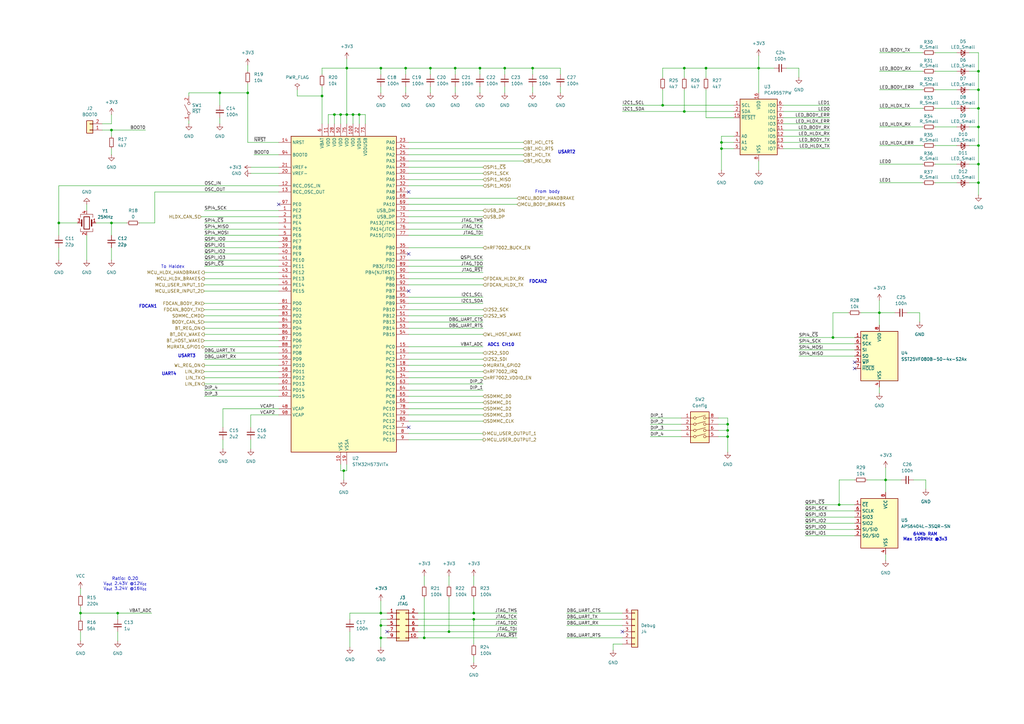
<source format=kicad_sch>
(kicad_sch (version 20231120) (generator "eeschema") (generator_version "8.0")
  (paper "A3")
  (title_block (title "MCU") (date "2025-05-07") (rev "v1.0.0") (company "github.com/gabbla") (comment 1 "${PROJECTNAME}"))
  (junction (at 401.32 44.45))
  (junction (at 142.24 27.94))
  (junction (at 90.17 38.1))
  (junction (at 271.78 43.18))
  (junction (at 363.22 196.85))
  (junction (at 33.02 251.46))
  (junction (at 156.21 261.62))
  (junction (at 298.45 179.07))
  (junction (at 176.53 27.94))
  (junction (at 137.16 46.99))
  (junction (at 166.37 27.94))
  (junction (at 142.24 46.99))
  (junction (at 132.08 39.37))
  (junction (at 101.6 38.1))
  (junction (at 147.32 46.99))
  (junction (at 401.32 52.07))
  (junction (at 360.68 128.27))
  (junction (at 48.26 251.46))
  (junction (at 186.69 27.94))
  (junction (at 218.44 27.94))
  (junction (at 295.91 58.42))
  (junction (at 139.7 46.99))
  (junction (at 298.45 176.53))
  (junction (at 194.31 251.46))
  (junction (at 298.45 173.99))
  (junction (at 173.99 261.62))
  (junction (at 24.13 91.44))
  (junction (at 156.21 251.46))
  (junction (at 401.32 67.31))
  (junction (at 144.78 46.99))
  (junction (at 156.21 256.54))
  (junction (at 289.56 27.94))
  (junction (at 45.72 91.44))
  (junction (at 401.32 36.83))
  (junction (at 196.85 27.94))
  (junction (at 341.63 138.43))
  (junction (at 184.15 259.08))
  (junction (at 156.21 27.94))
  (junction (at 401.32 29.21))
  (junction (at 344.17 207.01))
  (junction (at 207.01 27.94))
  (junction (at 295.91 60.96))
  (junction (at 280.67 27.94))
  (junction (at 280.67 45.72))
  (junction (at 401.32 59.69))
  (junction (at 45.72 53.34))
  (junction (at 140.97 193.04))
  (junction (at 311.15 27.94))
  (junction (at 401.32 74.93))
  (junction (at 194.31 254))
  (no_connect (at 350.52 151.13))
  (no_connect (at 350.52 148.59))
  (no_connect (at 167.64 104.14))
  (no_connect (at 167.64 78.74))
  (no_connect (at 114.3 83.82))
  (no_connect (at 167.64 119.38))
  (no_connect (at 167.64 175.26))
  (no_connect (at 255.27 259.08))
  (no_connect (at 158.75 259.08))
  (wire (pts (xy 102.87 68.58) (xy 114.3 68.58)))
  (wire (pts (xy 266.7 176.53) (xy 279.4 176.53)))
  (wire (pts (xy 156.21 261.62) (xy 158.75 261.62)))
  (wire (pts (xy 83.82 119.38) (xy 114.3 119.38)))
  (wire (pts (xy 171.45 261.62) (xy 173.99 261.62)))
  (wire (pts (xy 102.87 180.34) (xy 102.87 184.15)))
  (wire (pts (xy 360.68 59.69) (xy 378.46 59.69)))
  (wire (pts (xy 363.22 196.85) (xy 369.57 196.85)))
  (wire (pts (xy 321.31 60.96) (xy 340.36 60.96)))
  (wire (pts (xy 327.66 143.51) (xy 350.52 143.51)))
  (wire (pts (xy 48.26 259.08) (xy 48.26 262.89)))
  (wire (pts (xy 176.53 27.94) (xy 186.69 27.94)))
  (wire (pts (xy 374.65 196.85) (xy 379.73 196.85)))
  (wire (pts (xy 294.64 176.53) (xy 298.45 176.53)))
  (wire (pts (xy 132.08 30.48) (xy 132.08 27.94)))
  (wire (pts (xy 372.11 128.27) (xy 377.19 128.27)))
  (wire (pts (xy 140.97 193.04) (xy 142.24 193.04)))
  (wire (pts (xy 24.13 101.6) (xy 24.13 106.68)))
  (wire (pts (xy 397.51 36.83) (xy 401.32 36.83)))
  (wire (pts (xy 77.47 49.53) (xy 77.47 50.8)))
  (wire (pts (xy 167.64 165.1) (xy 198.12 165.1)))
  (wire (pts (xy 280.67 45.72) (xy 300.99 45.72)))
  (wire (pts (xy 167.64 91.44) (xy 198.12 91.44)))
  (wire (pts (xy 24.13 91.44) (xy 24.13 96.52)))
  (wire (pts (xy 383.54 36.83) (xy 392.43 36.83)))
  (wire (pts (xy 156.21 35.56) (xy 156.21 38.1)))
  (wire (pts (xy 401.32 29.21) (xy 401.32 36.83)))
  (wire (pts (xy 167.64 152.4) (xy 198.12 152.4)))
  (wire (pts (xy 196.85 27.94) (xy 196.85 30.48)))
  (wire (pts (xy 156.21 256.54) (xy 156.21 261.62)))
  (wire (pts (xy 167.64 162.56) (xy 198.12 162.56)))
  (wire (pts (xy 167.64 71.12) (xy 198.12 71.12)))
  (wire (pts (xy 194.31 251.46) (xy 212.09 251.46)))
  (wire (pts (xy 104.14 63.5) (xy 114.3 63.5)))
  (wire (pts (xy 360.68 74.93) (xy 378.46 74.93)))
  (wire (pts (xy 167.64 124.46) (xy 198.12 124.46)))
  (wire (pts (xy 397.51 59.69) (xy 401.32 59.69)))
  (wire (pts (xy 24.13 76.2) (xy 24.13 91.44)))
  (wire (pts (xy 158.75 254) (xy 156.21 254)))
  (wire (pts (xy 82.55 88.9) (xy 114.3 88.9)))
  (wire (pts (xy 167.64 63.5) (xy 214.63 63.5)))
  (wire (pts (xy 140.97 193.04) (xy 140.97 196.85)))
  (wire (pts (xy 167.64 68.58) (xy 198.12 68.58)))
  (wire (pts (xy 321.31 43.18) (xy 340.36 43.18)))
  (wire (pts (xy 344.17 196.85) (xy 344.17 207.01)))
  (wire (pts (xy 39.37 91.44) (xy 45.72 91.44)))
  (wire (pts (xy 90.17 38.1) (xy 90.17 43.18)))
  (wire (pts (xy 83.82 111.76) (xy 114.3 111.76)))
  (wire (pts (xy 132.08 27.94) (xy 142.24 27.94)))
  (wire (pts (xy 347.98 128.27) (xy 341.63 128.27)))
  (wire (pts (xy 142.24 46.99) (xy 144.78 46.99)))
  (wire (pts (xy 167.64 177.8) (xy 198.12 177.8)))
  (wire (pts (xy 142.24 27.94) (xy 142.24 46.99)))
  (wire (pts (xy 139.7 193.04) (xy 140.97 193.04)))
  (wire (pts (xy 186.69 35.56) (xy 186.69 38.1)))
  (wire (pts (xy 83.82 124.46) (xy 114.3 124.46)))
  (wire (pts (xy 156.21 27.94) (xy 156.21 30.48)))
  (wire (pts (xy 167.64 58.42) (xy 214.63 58.42)))
  (wire (pts (xy 194.31 245.11) (xy 194.31 251.46)))
  (wire (pts (xy 311.15 27.94) (xy 311.15 38.1)))
  (wire (pts (xy 401.32 52.07) (xy 401.32 59.69)))
  (wire (pts (xy 167.64 114.3) (xy 198.12 114.3)))
  (wire (pts (xy 83.82 114.3) (xy 114.3 114.3)))
  (wire (pts (xy 311.15 66.04) (xy 311.15 69.85)))
  (wire (pts (xy 101.6 58.42) (xy 114.3 58.42)))
  (wire (pts (xy 383.54 59.69) (xy 392.43 59.69)))
  (wire (pts (xy 101.6 38.1) (xy 90.17 38.1)))
  (wire (pts (xy 383.54 29.21) (xy 392.43 29.21)))
  (wire (pts (xy 167.64 144.78) (xy 198.12 144.78)))
  (wire (pts (xy 83.82 116.84) (xy 114.3 116.84)))
  (wire (pts (xy 360.68 158.75) (xy 360.68 161.29)))
  (wire (pts (xy 218.44 27.94) (xy 207.01 27.94)))
  (wire (pts (xy 156.21 261.62) (xy 156.21 265.43)))
  (wire (pts (xy 33.02 241.3) (xy 33.02 243.84)))
  (wire (pts (xy 167.64 160.02) (xy 198.12 160.02)))
  (wire (pts (xy 83.82 142.24) (xy 114.3 142.24)))
  (wire (pts (xy 341.63 128.27) (xy 341.63 138.43)))
  (wire (pts (xy 271.78 36.83) (xy 271.78 43.18)))
  (wire (pts (xy 167.64 116.84) (xy 198.12 116.84)))
  (wire (pts (xy 35.56 96.52) (xy 35.56 106.68)))
  (wire (pts (xy 167.64 83.82) (xy 212.09 83.82)))
  (wire (pts (xy 83.82 129.54) (xy 114.3 129.54)))
  (wire (pts (xy 121.92 36.83) (xy 121.92 39.37)))
  (wire (pts (xy 171.45 259.08) (xy 184.15 259.08)))
  (wire (pts (xy 330.2 214.63) (xy 350.52 214.63)))
  (wire (pts (xy 194.31 254) (xy 194.31 264.16)))
  (wire (pts (xy 186.69 27.94) (xy 196.85 27.94)))
  (wire (pts (xy 298.45 179.07) (xy 298.45 185.42)))
  (wire (pts (xy 280.67 36.83) (xy 280.67 45.72)))
  (wire (pts (xy 266.7 171.45) (xy 279.4 171.45)))
  (wire (pts (xy 167.64 76.2) (xy 198.12 76.2)))
  (wire (pts (xy 142.24 46.99) (xy 142.24 50.8)))
  (wire (pts (xy 137.16 46.99) (xy 139.7 46.99)))
  (wire (pts (xy 63.5 91.44) (xy 63.5 78.74)))
  (wire (pts (xy 255.27 43.18) (xy 271.78 43.18)))
  (wire (pts (xy 83.82 157.48) (xy 114.3 157.48)))
  (wire (pts (xy 167.64 142.24) (xy 198.12 142.24)))
  (wire (pts (xy 167.64 134.62) (xy 198.12 134.62)))
  (wire (pts (xy 156.21 27.94) (xy 142.24 27.94)))
  (wire (pts (xy 101.6 34.29) (xy 101.6 38.1)))
  (wire (pts (xy 167.64 132.08) (xy 198.12 132.08)))
  (wire (pts (xy 147.32 46.99) (xy 147.32 50.8)))
  (wire (pts (xy 83.82 106.68) (xy 114.3 106.68)))
  (wire (pts (xy 383.54 21.59) (xy 392.43 21.59)))
  (wire (pts (xy 83.82 93.98) (xy 114.3 93.98)))
  (wire (pts (xy 24.13 91.44) (xy 31.75 91.44)))
  (wire (pts (xy 167.64 86.36) (xy 198.12 86.36)))
  (wire (pts (xy 311.15 27.94) (xy 317.5 27.94)))
  (wire (pts (xy 294.64 179.07) (xy 298.45 179.07)))
  (wire (pts (xy 271.78 27.94) (xy 280.67 27.94)))
  (wire (pts (xy 229.87 35.56) (xy 229.87 38.1)))
  (wire (pts (xy 171.45 254) (xy 194.31 254)))
  (wire (pts (xy 300.99 48.26) (xy 289.56 48.26)))
  (wire (pts (xy 91.44 180.34) (xy 91.44 184.15)))
  (wire (pts (xy 167.64 127) (xy 198.12 127)))
  (wire (pts (xy 83.82 109.22) (xy 114.3 109.22)))
  (wire (pts (xy 45.72 101.6) (xy 45.72 106.68)))
  (wire (pts (xy 167.64 111.76) (xy 198.12 111.76)))
  (wire (pts (xy 176.53 35.56) (xy 176.53 38.1)))
  (wire (pts (xy 251.46 264.16) (xy 251.46 266.7)))
  (wire (pts (xy 363.22 196.85) (xy 363.22 201.93)))
  (wire (pts (xy 266.7 173.99) (xy 279.4 173.99)))
  (wire (pts (xy 294.64 171.45) (xy 298.45 171.45)))
  (wire (pts (xy 144.78 46.99) (xy 147.32 46.99)))
  (wire (pts (xy 167.64 93.98) (xy 198.12 93.98)))
  (wire (pts (xy 196.85 35.56) (xy 196.85 38.1)))
  (wire (pts (xy 363.22 191.77) (xy 363.22 196.85)))
  (wire (pts (xy 363.22 227.33) (xy 363.22 229.87)))
  (wire (pts (xy 298.45 173.99) (xy 298.45 176.53)))
  (wire (pts (xy 167.64 109.22) (xy 198.12 109.22)))
  (wire (pts (xy 102.87 170.18) (xy 102.87 175.26)))
  (wire (pts (xy 167.64 137.16) (xy 198.12 137.16)))
  (wire (pts (xy 45.72 50.8) (xy 41.91 50.8)))
  (wire (pts (xy 401.32 36.83) (xy 401.32 44.45)))
  (wire (pts (xy 144.78 46.99) (xy 144.78 50.8)))
  (wire (pts (xy 360.68 128.27) (xy 360.68 133.35)))
  (wire (pts (xy 232.41 251.46) (xy 255.27 251.46)))
  (wire (pts (xy 83.82 134.62) (xy 114.3 134.62)))
  (wire (pts (xy 207.01 30.48) (xy 207.01 27.94)))
  (wire (pts (xy 327.66 27.94) (xy 327.66 31.75)))
  (wire (pts (xy 311.15 22.86) (xy 311.15 27.94)))
  (wire (pts (xy 83.82 127) (xy 114.3 127)))
  (wire (pts (xy 397.51 67.31) (xy 401.32 67.31)))
  (wire (pts (xy 132.08 35.56) (xy 132.08 39.37)))
  (wire (pts (xy 321.31 55.88) (xy 340.36 55.88)))
  (wire (pts (xy 327.66 140.97) (xy 350.52 140.97)))
  (wire (pts (xy 156.21 27.94) (xy 166.37 27.94)))
  (wire (pts (xy 218.44 30.48) (xy 218.44 27.94)))
  (wire (pts (xy 377.19 128.27) (xy 377.19 132.08)))
  (wire (pts (xy 156.21 251.46) (xy 158.75 251.46)))
  (wire (pts (xy 142.24 24.13) (xy 142.24 27.94)))
  (wire (pts (xy 167.64 121.92) (xy 198.12 121.92)))
  (wire (pts (xy 33.02 251.46) (xy 48.26 251.46)))
  (wire (pts (xy 397.51 74.93) (xy 401.32 74.93)))
  (wire (pts (xy 91.44 167.64) (xy 91.44 175.26)))
  (wire (pts (xy 360.68 67.31) (xy 378.46 67.31)))
  (wire (pts (xy 207.01 35.56) (xy 207.01 38.1)))
  (wire (pts (xy 194.31 254) (xy 212.09 254)))
  (wire (pts (xy 114.3 167.64) (xy 91.44 167.64)))
  (wire (pts (xy 401.32 21.59) (xy 401.32 29.21)))
  (wire (pts (xy 360.68 29.21) (xy 378.46 29.21)))
  (wire (pts (xy 33.02 259.08) (xy 33.02 262.89)))
  (wire (pts (xy 360.68 128.27) (xy 367.03 128.27)))
  (wire (pts (xy 83.82 162.56) (xy 114.3 162.56)))
  (wire (pts (xy 184.15 245.11) (xy 184.15 259.08)))
  (wire (pts (xy 176.53 27.94) (xy 176.53 30.48)))
  (wire (pts (xy 83.82 144.78) (xy 114.3 144.78)))
  (wire (pts (xy 33.02 251.46) (xy 33.02 254)))
  (wire (pts (xy 383.54 67.31) (xy 392.43 67.31)))
  (wire (pts (xy 255.27 264.16) (xy 251.46 264.16)))
  (wire (pts (xy 167.64 66.04) (xy 214.63 66.04)))
  (wire (pts (xy 101.6 26.67) (xy 101.6 29.21)))
  (wire (pts (xy 139.7 46.99) (xy 139.7 50.8)))
  (wire (pts (xy 397.51 44.45) (xy 401.32 44.45)))
  (wire (pts (xy 353.06 128.27) (xy 360.68 128.27)))
  (wire (pts (xy 167.64 149.86) (xy 198.12 149.86)))
  (wire (pts (xy 83.82 86.36) (xy 114.3 86.36)))
  (wire (pts (xy 166.37 27.94) (xy 176.53 27.94)))
  (wire (pts (xy 57.15 91.44) (xy 63.5 91.44)))
  (wire (pts (xy 45.72 53.34) (xy 45.72 55.88)))
  (wire (pts (xy 35.56 83.82) (xy 35.56 86.36)))
  (wire (pts (xy 271.78 43.18) (xy 300.99 43.18)))
  (wire (pts (xy 218.44 35.56) (xy 218.44 38.1)))
  (wire (pts (xy 295.91 60.96) (xy 300.99 60.96)))
  (wire (pts (xy 134.62 46.99) (xy 137.16 46.99)))
  (wire (pts (xy 360.68 21.59) (xy 378.46 21.59)))
  (wire (pts (xy 184.15 259.08) (xy 212.09 259.08)))
  (wire (pts (xy 167.64 101.6) (xy 198.12 101.6)))
  (wire (pts (xy 401.32 59.69) (xy 401.32 67.31)))
  (wire (pts (xy 143.51 254) (xy 143.51 251.46)))
  (wire (pts (xy 167.64 106.68) (xy 198.12 106.68)))
  (wire (pts (xy 271.78 31.75) (xy 271.78 27.94)))
  (wire (pts (xy 194.31 269.24) (xy 194.31 271.78)))
  (wire (pts (xy 295.91 58.42) (xy 295.91 60.96)))
  (wire (pts (xy 167.64 170.18) (xy 198.12 170.18)))
  (wire (pts (xy 167.64 60.96) (xy 214.63 60.96)))
  (wire (pts (xy 280.67 27.94) (xy 289.56 27.94)))
  (wire (pts (xy 139.7 46.99) (xy 142.24 46.99)))
  (wire (pts (xy 173.99 245.11) (xy 173.99 261.62)))
  (wire (pts (xy 167.64 73.66) (xy 198.12 73.66)))
  (wire (pts (xy 167.64 180.34) (xy 198.12 180.34)))
  (wire (pts (xy 184.15 236.22) (xy 184.15 240.03)))
  (wire (pts (xy 121.92 39.37) (xy 132.08 39.37)))
  (wire (pts (xy 156.21 254) (xy 156.21 256.54)))
  (wire (pts (xy 167.64 96.52) (xy 198.12 96.52)))
  (wire (pts (xy 295.91 58.42) (xy 300.99 58.42)))
  (wire (pts (xy 321.31 53.34) (xy 340.36 53.34)))
  (wire (pts (xy 83.82 149.86) (xy 114.3 149.86)))
  (wire (pts (xy 166.37 35.56) (xy 166.37 38.1)))
  (wire (pts (xy 33.02 248.92) (xy 33.02 251.46)))
  (wire (pts (xy 207.01 27.94) (xy 196.85 27.94)))
  (wire (pts (xy 48.26 251.46) (xy 62.23 251.46)))
  (wire (pts (xy 360.68 44.45) (xy 378.46 44.45)))
  (wire (pts (xy 186.69 30.48) (xy 186.69 27.94)))
  (wire (pts (xy 90.17 48.26) (xy 90.17 50.8)))
  (wire (pts (xy 298.45 171.45) (xy 298.45 173.99)))
  (wire (pts (xy 83.82 160.02) (xy 114.3 160.02)))
  (wire (pts (xy 344.17 207.01) (xy 350.52 207.01)))
  (wire (pts (xy 166.37 27.94) (xy 166.37 30.48)))
  (wire (pts (xy 156.21 246.38) (xy 156.21 251.46)))
  (wire (pts (xy 379.73 196.85) (xy 379.73 200.66)))
  (wire (pts (xy 132.08 39.37) (xy 132.08 50.8)))
  (wire (pts (xy 143.51 251.46) (xy 156.21 251.46)))
  (wire (pts (xy 149.86 46.99) (xy 149.86 50.8)))
  (wire (pts (xy 295.91 55.88) (xy 295.91 58.42)))
  (wire (pts (xy 134.62 50.8) (xy 134.62 46.99)))
  (wire (pts (xy 330.2 219.71) (xy 350.52 219.71)))
  (wire (pts (xy 63.5 78.74) (xy 114.3 78.74)))
  (wire (pts (xy 255.27 45.72) (xy 280.67 45.72)))
  (wire (pts (xy 102.87 71.12) (xy 114.3 71.12)))
  (wire (pts (xy 83.82 101.6) (xy 114.3 101.6)))
  (wire (pts (xy 232.41 261.62) (xy 255.27 261.62)))
  (wire (pts (xy 77.47 38.1) (xy 90.17 38.1)))
  (wire (pts (xy 83.82 96.52) (xy 114.3 96.52)))
  (wire (pts (xy 383.54 52.07) (xy 392.43 52.07)))
  (wire (pts (xy 101.6 38.1) (xy 101.6 58.42)))
  (wire (pts (xy 360.68 36.83) (xy 378.46 36.83)))
  (wire (pts (xy 167.64 167.64) (xy 198.12 167.64)))
  (wire (pts (xy 321.31 48.26) (xy 340.36 48.26)))
  (wire (pts (xy 327.66 138.43) (xy 341.63 138.43)))
  (wire (pts (xy 321.31 45.72) (xy 340.36 45.72)))
  (wire (pts (xy 229.87 27.94) (xy 218.44 27.94)))
  (wire (pts (xy 321.31 58.42) (xy 340.36 58.42)))
  (wire (pts (xy 83.82 154.94) (xy 114.3 154.94)))
  (wire (pts (xy 139.7 190.5) (xy 139.7 193.04)))
  (wire (pts (xy 167.64 172.72) (xy 198.12 172.72)))
  (wire (pts (xy 330.2 209.55) (xy 350.52 209.55)))
  (wire (pts (xy 48.26 254) (xy 48.26 251.46)))
  (wire (pts (xy 266.7 179.07) (xy 279.4 179.07)))
  (wire (pts (xy 167.64 81.28) (xy 212.09 81.28)))
  (wire (pts (xy 229.87 30.48) (xy 229.87 27.94)))
  (wire (pts (xy 171.45 251.46) (xy 194.31 251.46)))
  (wire (pts (xy 232.41 256.54) (xy 255.27 256.54)))
  (wire (pts (xy 173.99 236.22) (xy 173.99 240.03)))
  (wire (pts (xy 77.47 39.37) (xy 77.47 38.1)))
  (wire (pts (xy 341.63 138.43) (xy 350.52 138.43)))
  (wire (pts (xy 142.24 193.04) (xy 142.24 190.5)))
  (wire (pts (xy 137.16 46.99) (xy 137.16 50.8)))
  (wire (pts (xy 383.54 44.45) (xy 392.43 44.45)))
  (wire (pts (xy 280.67 27.94) (xy 280.67 31.75)))
  (wire (pts (xy 294.64 173.99) (xy 298.45 173.99)))
  (wire (pts (xy 83.82 137.16) (xy 114.3 137.16)))
  (wire (pts (xy 327.66 146.05) (xy 350.52 146.05)))
  (wire (pts (xy 350.52 196.85) (xy 344.17 196.85)))
  (wire (pts (xy 83.82 104.14) (xy 114.3 104.14)))
  (wire (pts (xy 83.82 91.44) (xy 114.3 91.44)))
  (wire (pts (xy 45.72 91.44) (xy 45.72 96.52)))
  (wire (pts (xy 45.72 60.96) (xy 45.72 63.5)))
  (wire (pts (xy 41.91 53.34) (xy 45.72 53.34)))
  (wire (pts (xy 45.72 91.44) (xy 52.07 91.44)))
  (wire (pts (xy 397.51 52.07) (xy 401.32 52.07)))
  (wire (pts (xy 83.82 139.7) (xy 114.3 139.7)))
  (wire (pts (xy 83.82 99.06) (xy 114.3 99.06)))
  (wire (pts (xy 45.72 53.34) (xy 59.69 53.34)))
  (wire (pts (xy 167.64 154.94) (xy 198.12 154.94)))
  (wire (pts (xy 401.32 67.31) (xy 401.32 74.93)))
  (wire (pts (xy 300.99 55.88) (xy 295.91 55.88)))
  (wire (pts (xy 289.56 36.83) (xy 289.56 48.26)))
  (wire (pts (xy 322.58 27.94) (xy 327.66 27.94)))
  (wire (pts (xy 45.72 46.99) (xy 45.72 50.8)))
  (wire (pts (xy 355.6 196.85) (xy 363.22 196.85)))
  (wire (pts (xy 232.41 254) (xy 255.27 254)))
  (wire (pts (xy 83.82 152.4) (xy 114.3 152.4)))
  (wire (pts (xy 83.82 147.32) (xy 114.3 147.32)))
  (wire (pts (xy 360.68 123.19) (xy 360.68 128.27)))
  (wire (pts (xy 156.21 256.54) (xy 158.75 256.54)))
  (wire (pts (xy 330.2 212.09) (xy 350.52 212.09)))
  (wire (pts (xy 295.91 60.96) (xy 295.91 69.85)))
  (wire (pts (xy 397.51 21.59) (xy 401.32 21.59)))
  (wire (pts (xy 147.32 46.99) (xy 149.86 46.99)))
  (wire (pts (xy 167.64 88.9) (xy 198.12 88.9)))
  (wire (pts (xy 167.64 157.48) (xy 198.12 157.48)))
  (wire (pts (xy 289.56 27.94) (xy 289.56 31.75)))
  (wire (pts (xy 194.31 236.22) (xy 194.31 240.03)))
  (wire (pts (xy 143.51 259.08) (xy 143.51 265.43)))
  (wire (pts (xy 289.56 27.94) (xy 311.15 27.94)))
  (wire (pts (xy 401.32 44.45) (xy 401.32 52.07)))
  (wire (pts (xy 167.64 147.32) (xy 198.12 147.32)))
  (wire (pts (xy 397.51 29.21) (xy 401.32 29.21)))
  (wire (pts (xy 383.54 74.93) (xy 392.43 74.93)))
  (wire (pts (xy 330.2 207.01) (xy 344.17 207.01)))
  (wire (pts (xy 330.2 217.17) (xy 350.52 217.17)))
  (wire (pts (xy 298.45 176.53) (xy 298.45 179.07)))
  (wire (pts (xy 360.68 52.07) (xy 378.46 52.07)))
  (wire (pts (xy 167.64 129.54) (xy 198.12 129.54)))
  (wire (pts (xy 321.31 50.8) (xy 340.36 50.8)))
  (wire (pts (xy 24.13 76.2) (xy 114.3 76.2)))
  (wire (pts (xy 114.3 170.18) (xy 102.87 170.18)))
  (wire (pts (xy 83.82 132.08) (xy 114.3 132.08)))
  (wire (pts (xy 401.32 74.93) (xy 401.32 80.01)))
  (wire (pts (xy 173.99 261.62) (xy 212.09 261.62)))
  (wire (pts (xy 171.45 256.54) (xy 212.09 256.54)))
  (text "ADC1 CH10" (at 205.486 141.478 0) (effects (font (size 1.27 1.27) (thickness 0.254) (bold yes))))
  (text "Ratio: 0.20\nV_{out} 2.43V @12V_{cc}\nV_{out} 3.24V @16V_{cc}" (at 51.308 239.522 0) (effects (font (size 1.27 1.27))))
  (text "UART4" (at 69.342 153.416 0) (effects (font (size 1.27 1.27) (thickness 0.254) (bold yes))))
  (text "FDCAN1" (at 60.706 125.73 0) (effects (font (size 1.27 1.27) (bold yes))))
  (text "From body" (at 224.536 78.74 0) (effects (font (size 1.27 1.27))))
  (text "FDCAN2" (at 220.726 115.57 0) (effects (font (size 1.27 1.27) (bold yes))))
  (text "USART3" (at 72.898 146.812 0) (effects (font (size 1.27 1.27) (thickness 0.254) (bold yes)) (justify left bottom)))
  (text "64Mb RAM\nMax 109MHz @3v3\n" (at 379.476 220.218 0) (effects (font (size 1.27 1.27) (bold yes))))
  (text "To Haldex" (at 70.866 109.474 0) (effects (font (size 1.27 1.27))))
  (text "USART2" (at 232.41 62.484 0) (effects (font (size 1.27 1.27) (bold yes))))
  (label "JTAG_~{RST}" (at 198.12 111.76 180))
  (label "SPI4_SCK" (at 83.82 86.36 0))
  (label "LED0" (at 360.68 67.31 0))
  (label "QSPI_IO1" (at 330.2 219.71 0))
  (label "SPI4_SCK" (at 327.66 140.97 0))
  (label "DIP_2" (at 266.7 173.99 0))
  (label "LED_BODY_ERR" (at 360.68 36.83 0))
  (label "DBG_UART_TX" (at 232.41 254 0))
  (label "I2C1_SCL" (at 255.27 43.18 0))
  (label "LED1" (at 340.36 43.18 180))
  (label "LED_BODY_TX" (at 340.36 58.42 180))
  (label "DBG_UART_RTS" (at 232.41 261.62 0))
  (label "QSPI_IO3" (at 83.82 106.68 0))
  (label "SPI4_~{CS}" (at 83.82 91.44 0))
  (label "LED_BODY_TX" (at 360.68 21.59 0))
  (label "DIP_4" (at 266.7 179.07 0))
  (label "DBG_UART_RX" (at 83.82 147.32 0))
  (label "QSPI_~{CS}" (at 83.82 109.22 0))
  (label "LED_HLDX_ERR" (at 340.36 50.8 180))
  (label "LED_HLDX_RX" (at 340.36 55.88 180))
  (label "JTAG_TMS" (at 212.09 251.46 180))
  (label "VCAP1" (at 106.68 167.64 0))
  (label "QSPI_SCK" (at 198.12 106.68 180))
  (label "JTAG_TDO" (at 212.09 256.54 180))
  (label "DBG_UART_CTS" (at 232.41 251.46 0))
  (label "SPI4_MISO" (at 83.82 93.98 0))
  (label "LED_BODY_RX" (at 360.68 29.21 0))
  (label "LED_HLDX_ERR" (at 360.68 59.69 0))
  (label "QSPI_IO3" (at 330.2 212.09 0))
  (label "VBAT_ADC" (at 198.12 142.24 180))
  (label "QSPI_IO2" (at 330.2 214.63 0))
  (label "DBG_UART_TX" (at 83.82 144.78 0))
  (label "DBG_UART_RTS" (at 198.12 134.62 180))
  (label "QSPI_IO2" (at 83.82 104.14 0))
  (label "DIP_4" (at 83.82 160.02 0))
  (label "JTAG_~{RST}" (at 212.09 261.62 180))
  (label "~{NRST}" (at 104.14 58.42 0))
  (label "I2C1_SCL" (at 198.12 121.92 180))
  (label "DIP_1" (at 198.12 160.02 180))
  (label "I2C1_SDA" (at 255.27 45.72 0))
  (label "DBG_UART_CTS" (at 198.12 132.08 180))
  (label "BOOT0" (at 104.14 63.5 0))
  (label "OSC_OUT" (at 83.82 78.74 0))
  (label "DIP_1" (at 266.7 171.45 0))
  (label "SPI4_MISO" (at 327.66 146.05 0))
  (label "DBG_UART_RX" (at 232.41 256.54 0))
  (label "QSPI_IO0" (at 83.82 99.06 0))
  (label "LED_HLDX_RX" (at 360.68 52.07 0))
  (label "SPI4_MOSI" (at 83.82 96.52 0))
  (label "LED_HLDX_TX" (at 360.68 44.45 0))
  (label "JTAG_TDO" (at 198.12 109.22 180))
  (label "LED_HLDX_TX" (at 340.36 60.96 180))
  (label "VBAT_ADC" (at 62.23 251.46 180))
  (label "SPI4_MOSI" (at 327.66 143.51 0))
  (label "QSPI_IO1" (at 83.82 101.6 0))
  (label "JTAG_TDI" (at 198.12 96.52 180))
  (label "QSPI_IO0" (at 330.2 217.17 0))
  (label "DIP_3" (at 83.82 162.56 0))
  (label "OSC_IN" (at 83.82 76.2 0))
  (label "JTAG_TCK" (at 212.09 254 180))
  (label "LED1" (at 360.68 74.93 0))
  (label "LED_BODY_ERR" (at 340.36 48.26 180))
  (label "JTAG_TMS" (at 198.12 91.44 180))
  (label "QSPI_~{CS}" (at 330.2 207.01 0))
  (label "LED0" (at 340.36 45.72 180))
  (label "LED_BODY_RX" (at 340.36 53.34 180))
  (label "I2C1_SDA" (at 198.12 124.46 180))
  (label "JTAG_TDI" (at 212.09 259.08 180))
  (label "DIP_3" (at 266.7 176.53 0))
  (label "DIP_2" (at 198.12 157.48 180))
  (label "BOOT0" (at 59.69 53.34 180))
  (label "SPI4_~{CS}" (at 327.66 138.43 0))
  (label "VCAP2" (at 106.68 170.18 0))
  (label "QSPI_SCK" (at 330.2 209.55 0))
  (label "JTAG_TCK" (at 198.12 93.98 180))
  (hierarchical_label "SPI1_MOSI" (shape input) (at 198.12 76.2 0))
  (hierarchical_label "MCU_HLDX_BRAKES" (shape output) (at 83.82 114.3 180))
  (hierarchical_label "SDMMC_D0" (shape input) (at 198.12 162.56 0))
  (hierarchical_label "FDCAN_HLDX_RX" (shape input) (at 198.12 114.3 0))
  (hierarchical_label "SDMMC_D2" (shape input) (at 198.12 167.64 0))
  (hierarchical_label "MCU_USER_INPUT_1" (shape input) (at 83.82 116.84 180))
  (hierarchical_label "SPI1_MISO" (shape input) (at 198.12 73.66 0))
  (hierarchical_label "SPI1_~{CS}" (shape input) (at 198.12 68.58 0))
  (hierarchical_label "BT_DEV_WAKE" (shape output) (at 83.82 137.16 180))
  (hierarchical_label "WL_REG_ON" (shape output) (at 83.82 149.86 180))
  (hierarchical_label "MCU_USER_OUTPUT_2" (shape output) (at 198.12 180.34 0))
  (hierarchical_label "MURATA_GPIO1" (shape bidirectional) (at 83.82 142.24 180))
  (hierarchical_label "MCU_HLDX_HANDBRAKE" (shape output) (at 83.82 111.76 180))
  (hierarchical_label "BT_HCI_RX" (shape input) (at 214.63 66.04 0))
  (hierarchical_label "LIN_EN" (shape output) (at 83.82 157.48 180))
  (hierarchical_label "BT_HOST_WAKE" (shape input) (at 83.82 139.7 180))
  (hierarchical_label "LIN_RX" (shape input) (at 83.82 152.4 180))
  (hierarchical_label "FDCAN_BODY_TX" (shape input) (at 83.82 127 180))
  (hierarchical_label "nRF7002_IRQ" (shape input) (at 198.12 152.4 0))
  (hierarchical_label "I2S2_WS" (shape input) (at 198.12 129.54 0))
  (hierarchical_label "MURATA_GPIO2" (shape bidirectional) (at 198.12 149.86 0))
  (hierarchical_label "BT_HCI_CTS" (shape input) (at 214.63 58.42 0))
  (hierarchical_label "MCU_BODY_HANDBRAKE" (shape input) (at 212.09 81.28 0))
  (hierarchical_label "I2S2_SDI" (shape input) (at 198.12 147.32 0))
  (hierarchical_label "BODY_CAN_S" (shape input) (at 83.82 132.08 180))
  (hierarchical_label "SDMMC_CMD" (shape input) (at 83.82 129.54 180))
  (hierarchical_label "BT_REG_ON" (shape output) (at 83.82 134.62 180))
  (hierarchical_label "nRF7002_VDDIO_EN" (shape input) (at 198.12 154.94 0))
  (hierarchical_label "I2S2_SDO" (shape input) (at 198.12 144.78 0))
  (hierarchical_label "nRF7002_BUCK_EN" (shape input) (at 198.12 101.6 0))
  (hierarchical_label "FDCAN_HLDX_TX" (shape input) (at 198.12 116.84 0))
  (hierarchical_label "MCU_USER_OUTPUT_1" (shape output) (at 198.12 177.8 0))
  (hierarchical_label "MCU_BODY_BRAKES" (shape input) (at 212.09 83.82 0))
  (hierarchical_label "SPI1_SCK" (shape input) (at 198.12 71.12 0))
  (hierarchical_label "MCU_USER_INPUT_2" (shape input) (at 83.82 119.38 180))
  (hierarchical_label "I2S2_SCK" (shape input) (at 198.12 127 0))
  (hierarchical_label "SDMMC_CLK" (shape input) (at 198.12 172.72 0))
  (hierarchical_label "FDCAN_BODY_RX" (shape input) (at 83.82 124.46 180))
  (hierarchical_label "SDMMC_D3" (shape input) (at 198.12 170.18 0))
  (hierarchical_label "WL_HOST_WAKE" (shape input) (at 198.12 137.16 0))
  (hierarchical_label "USB_DP" (shape input) (at 198.12 88.9 0))
  (hierarchical_label "SDMMC_D1" (shape input) (at 198.12 165.1 0))
  (hierarchical_label "HLDX_CAN_S" (shape input) (at 82.55 88.9 180))
  (hierarchical_label "LIN_TX" (shape output) (at 83.82 154.94 180))
  (hierarchical_label "USB_DN" (shape input) (at 198.12 86.36 0))
  (hierarchical_label "BT_HCI_TX" (shape input) (at 214.63 63.5 0))
  (hierarchical_label "BT_HCI_RTS" (shape input) (at 214.63 60.96 0))
  (symbol (lib_id "Device:R_Small") (at 271.78 34.29 0) (unit 1)
    (property "Reference" "R25" (at 274.32 33.0199 0) (effects (justify left)))
    (property "Value" "4k7" (at 274.32 35.5599 0) (effects (justify left)))
    (property "Footprint" "Resistor_SMD:R_0603_1608Metric_Pad0.98x0.95mm_HandSolder" (effects (hide yes)))
    (property "Description" "Resistor, small symbol" (effects (hide yes)))
  )
  (symbol (lib_id "Device:R_Small") (at 101.6 31.75 0) (unit 1)
    (property "Reference" "R19" (at 104.14 30.4799 0) (effects (justify left)))
    (property "Value" "10k" (at 104.14 33.0199 0) (effects (justify left)))
    (property "Footprint" "Resistor_SMD:R_0603_1608Metric_Pad0.98x0.95mm_HandSolder" (effects (hide yes)))
    (property "Description" "Resistor, small symbol" (effects (hide yes)))
  )
  (symbol (lib_id "Connector_Generic:Conn_02x05_Odd_Even") (at 163.83 256.54 0) (unit 1)
    (property "Reference" "J3" (at 165.1 245.11 0))
    (property "Value" "JTAG" (at 165.1 247.65 0))
    (property "Footprint" "Connector_PinHeader_1.27mm:PinHeader_2x05_P1.27mm_Vertical" (effects (hide yes)))
    (property "Description" "Generic connector, double row, 02x05, odd/even pin numbering scheme (row 1 odd numbers, row 2 even numbers), script generated (kicad-library-utils/schlib/autogen/connector/)" (effects (hide yes)))
  )
  (symbol (lib_id "power:GND") (at 377.19 132.08 0) (unit 1)
    (property "Reference" "#PWR069" (effects (hide yes)))
    (property "Value" "GND" (at 377.19 137.16 0))
    (property "Description" "Power symbol creates a global label with name \"GND\" , ground" (effects (hide yes)))
  )
  (symbol (lib_id "Device:LED_Small") (at 394.97 21.59 180) (unit 1)
    (property "Reference" "D5" (at 394.97 17.018 0))
    (property "Value" "LED_Small" (at 394.97 19.304 0))
    (property "Footprint" "LED_SMD:LED_0603_1608Metric_Pad1.05x0.95mm_HandSolder" (effects (hide yes)))
    (property "Description" "Light emitting diode, small symbol" (effects (hide yes)))
  )
  (symbol (lib_id "Device:LED_Small") (at 394.97 67.31 180) (unit 1)
    (property "Reference" "D11" (at 394.97 62.738 0))
    (property "Value" "LED_Small" (at 394.97 65.024 0))
    (property "Footprint" "LED_SMD:LED_0603_1608Metric_Pad1.05x0.95mm_HandSolder" (effects (hide yes)))
    (property "Description" "Light emitting diode, small symbol" (effects (hide yes)))
  )
  (symbol (lib_id "power:+3V3") (at 360.68 123.19 0) (unit 1)
    (property "Reference" "#PWR065" (effects (hide yes)))
    (property "Value" "+3V3" (at 360.68 118.11 0))
    (property "Description" "Power symbol creates a global label with name \"+3V3\"" (effects (hide yes)))
  )
  (symbol (lib_id "power:PWR_FLAG") (at 121.92 36.83 0) (unit 1)
    (property "Reference" "#FLG08" (effects (hide yes)))
    (property "Value" "PWR_FLAG" (at 121.92 31.75 0))
    (property "Description" "Special symbol for telling ERC where power comes from" (effects (hide yes)))
  )
  (symbol (lib_id "Device:C_Small") (at 176.53 33.02 0) (unit 1)
    (property "Reference" "C20" (at 179.07 31.7562 0) (effects (justify left)))
    (property "Value" "100n" (at 179.07 34.2962 0) (effects (justify left)))
    (property "Footprint" "Capacitor_SMD:C_0603_1608Metric_Pad1.08x0.95mm_HandSolder" (effects (hide yes)))
    (property "Description" "Unpolarized capacitor, small symbol" (effects (hide yes)))
  )
  (symbol (lib_id "Device:R_Small") (at 353.06 196.85 90) (unit 1)
    (property "Reference" "R29" (at 353.06 191.77 90))
    (property "Value" "10k" (at 353.06 194.31 90))
    (property "Footprint" "Resistor_SMD:R_0603_1608Metric_Pad0.98x0.95mm_HandSolder" (effects (hide yes)))
    (property "Description" "Resistor, small symbol" (effects (hide yes)))
  )
  (symbol (lib_id "Device:C_Small") (at 143.51 256.54 0) (unit 1)
    (property "Reference" "C17" (at 146.05 255.2762 0) (effects (justify left)))
    (property "Value" "100n" (at 146.05 257.8162 0) (effects (justify left)))
    (property "Footprint" "Capacitor_SMD:C_0603_1608Metric_Pad1.08x0.95mm_HandSolder" (effects (hide yes)))
    (property "Description" "Unpolarized capacitor, small symbol" (effects (hide yes)))
  )
  (symbol (lib_id "Device:Crystal_GND24") (at 35.56 91.44 180) (unit 1)
    (property "Reference" "Y1" (at 43.18 86.4868 0))
    (property "Value" "25MHz" (at 43.18 89.0268 0))
    (property "Footprint" "Crystal:Crystal_SMD_3225-4Pin_3.2x2.5mm_HandSoldering" (effects (hide yes)))
    (property "Description" "Four pin crystal, GND on pins 2 and 4" (effects (hide yes)))
  )
  (symbol (lib_id "Device:C_Small") (at 102.87 177.8 0) (unit 1)
    (property "Reference" "C16" (at 105.41 176.5362 0) (effects (justify left)))
    (property "Value" "2u2" (at 105.41 179.0762 0) (effects (justify left)))
    (property "Footprint" "Capacitor_SMD:C_0603_1608Metric_Pad1.08x0.95mm_HandSolder" (effects (hide yes)))
    (property "Description" "Unpolarized capacitor, small symbol" (effects (hide yes)))
  )
  (symbol (lib_id "power:GND") (at 35.56 83.82 180) (unit 1)
    (property "Reference" "#PWR031" (effects (hide yes)))
    (property "Value" "GND" (at 35.56 78.74 0))
    (property "Description" "Power symbol creates a global label with name \"GND\" , ground" (effects (hide yes)))
  )
  (symbol (lib_id "Device:R_Small") (at 194.31 242.57 0) (unit 1)
    (property "Reference" "R23" (at 196.85 241.2999 0) (effects (justify left)))
    (property "Value" "100k" (at 196.85 243.8399 0) (effects (justify left)))
    (property "Footprint" "Resistor_SMD:R_0603_1608Metric_Pad0.98x0.95mm_HandSolder" (effects (hide yes)))
    (property "Description" "Resistor, small symbol" (effects (hide yes)))
  )
  (symbol (lib_id "power:GND") (at 186.69 38.1 0) (unit 1)
    (property "Reference" "#PWR054" (effects (hide yes)))
    (property "Value" "GND" (at 186.69 43.18 0))
    (property "Description" "Power symbol creates a global label with name \"GND\" , ground" (effects (hide yes)))
  )
  (symbol (lib_id "Device:C_Small") (at 48.26 256.54 0) (unit 1)
    (property "Reference" "C13" (at 50.8 255.2762 0) (effects (justify left)))
    (property "Value" "1u" (at 50.8 257.8162 0) (effects (justify left)))
    (property "Footprint" "Capacitor_SMD:C_0603_1608Metric_Pad1.08x0.95mm_HandSolder" (effects (hide yes)))
    (property "Description" "Unpolarized capacitor, small symbol" (effects (hide yes)))
  )
  (symbol (lib_id "power:VCC") (at 33.02 241.3 0) (unit 1)
    (property "Reference" "#PWR029" (effects (hide yes)))
    (property "Value" "VCC" (at 33.02 236.22 0))
    (property "Description" "Power symbol creates a global label with name \"VCC\"" (effects (hide yes)))
  )
  (symbol (lib_id "Device:C_Small") (at 196.85 33.02 0) (unit 1)
    (property "Reference" "C22" (at 199.39 31.7562 0) (effects (justify left)))
    (property "Value" "100n" (at 199.39 34.2962 0) (effects (justify left)))
    (property "Footprint" "Capacitor_SMD:C_0603_1608Metric_Pad1.08x0.95mm_HandSolder" (effects (hide yes)))
    (property "Description" "Unpolarized capacitor, small symbol" (effects (hide yes)))
  )
  (symbol (lib_id "power:GND") (at 327.66 31.75 0) (unit 1)
    (property "Reference" "#PWR064" (effects (hide yes)))
    (property "Value" "GND" (at 327.66 36.83 0))
    (property "Description" "Power symbol creates a global label with name \"GND\" , ground" (effects (hide yes)))
  )
  (symbol (lib_id "power:GND") (at 363.22 229.87 0) (unit 1)
    (property "Reference" "#PWR068" (effects (hide yes)))
    (property "Value" "GND" (at 363.22 234.95 0))
    (property "Description" "Power symbol creates a global label with name \"GND\" , ground" (effects (hide yes)))
  )
  (symbol (lib_id "Device:C_Small") (at 90.17 45.72 0) (unit 1)
    (property "Reference" "C14" (at 92.71 44.4562 0) (effects (justify left)))
    (property "Value" "100n" (at 92.71 46.9962 0) (effects (justify left)))
    (property "Footprint" "Capacitor_SMD:C_0603_1608Metric_Pad1.08x0.95mm_HandSolder" (effects (hide yes)))
    (property "Description" "Unpolarized capacitor, small symbol" (effects (hide yes)))
  )
  (symbol (lib_id "Device:R_Small") (at 381 36.83 90) (unit 1)
    (property "Reference" "R32" (at 380.746 32.512 90))
    (property "Value" "R_Small" (at 381 34.544 90))
    (property "Footprint" "Resistor_SMD:R_0603_1608Metric_Pad0.98x0.95mm_HandSolder" (effects (hide yes)))
    (property "Description" "Resistor, small symbol" (effects (hide yes)))
  )
  (symbol (lib_id "power:GND") (at 91.44 184.15 0) (unit 1)
    (property "Reference" "#PWR039" (effects (hide yes)))
    (property "Value" "GND" (at 91.44 189.23 0))
    (property "Description" "Power symbol creates a global label with name \"GND\" , ground" (effects (hide yes)))
  )
  (symbol (lib_id "power:GND") (at 298.45 185.42 0) (unit 1)
    (property "Reference" "#PWR061" (effects (hide yes)))
    (property "Value" "GND" (at 298.45 190.5 0))
    (property "Description" "Power symbol creates a global label with name \"GND\" , ground" (effects (hide yes)))
  )
  (symbol (lib_id "power:+3V3") (at 363.22 191.77 0) (unit 1)
    (property "Reference" "#PWR067" (effects (hide yes)))
    (property "Value" "+3V3" (at 363.22 186.69 0))
    (property "Description" "Power symbol creates a global label with name \"+3V3\"" (effects (hide yes)))
  )
  (symbol (lib_id "Device:LED_Small") (at 394.97 29.21 180) (unit 1)
    (property "Reference" "D6" (at 394.97 24.638 0))
    (property "Value" "LED_Small" (at 394.97 26.924 0))
    (property "Footprint" "LED_SMD:LED_0603_1608Metric_Pad1.05x0.95mm_HandSolder" (effects (hide yes)))
    (property "Description" "Light emitting diode, small symbol" (effects (hide yes)))
  )
  (symbol (lib_id "power:GND") (at 90.17 50.8 0) (unit 1)
    (property "Reference" "#PWR038" (effects (hide yes)))
    (property "Value" "GND" (at 90.17 55.88 0))
    (property "Description" "Power symbol creates a global label with name \"GND\" , ground" (effects (hide yes)))
  )
  (symbol (lib_id "Device:LED_Small") (at 394.97 52.07 180) (unit 1)
    (property "Reference" "D9" (at 394.97 47.498 0))
    (property "Value" "LED_Small" (at 394.97 49.784 0))
    (property "Footprint" "LED_SMD:LED_0603_1608Metric_Pad1.05x0.95mm_HandSolder" (effects (hide yes)))
    (property "Description" "Light emitting diode, small symbol" (effects (hide yes)))
  )
  (symbol (lib_id "power:GND") (at 360.68 161.29 0) (unit 1)
    (property "Reference" "#PWR066" (effects (hide yes)))
    (property "Value" "GND" (at 360.68 166.37 0))
    (property "Description" "Power symbol creates a global label with name \"GND\" , ground" (effects (hide yes)))
  )
  (symbol (lib_id "power:GND") (at 176.53 38.1 0) (unit 1)
    (property "Reference" "#PWR052" (effects (hide yes)))
    (property "Value" "GND" (at 176.53 43.18 0))
    (property "Description" "Power symbol creates a global label with name \"GND\" , ground" (effects (hide yes)))
  )
  (symbol (lib_id "Device:R_Small") (at 33.02 246.38 0) (unit 1)
    (property "Reference" "R15" (at 35.56 245.1099 0) (effects (justify left)))
    (property "Value" "220k" (at 35.56 247.6499 0) (effects (justify left)))
    (property "Footprint" "Resistor_SMD:R_0603_1608Metric_Pad0.98x0.95mm_HandSolder" (effects (hide yes)))
    (property "Description" "Resistor, small symbol" (effects (hide yes)))
  )
  (symbol (lib_id "MCU_ST_STM32H5:STM32H573VITx") (at 139.7 121.92 0) (unit 1)
    (property "Reference" "U2" (at 144.4341 187.96 0) (effects (justify left)))
    (property "Value" "STM32H573VITx" (at 144.4341 190.5 0) (effects (justify left)))
    (property "Footprint" "Package_QFP:LQFP-100_14x14mm_P0.5mm" (effects (hide yes)))
    (property "Datasheet" "https://www.st.com/resource/en/datasheet/stm32h573vi.pdf" (effects (hide yes)))
    (property "Description" "STMicroelectronics Arm Cortex-M33 MCU, 2048KB flash, 640KB RAM, 250 MHz, 1.62-3.6V, 80 GPIO, LQFP100" (effects (hide yes)))
    (pin "13" (alternate "RCC_OSC_OUT"))
    (pin "12" (alternate "RCC_OSC_IN"))
    (pin "70" (alternate "USB_DM"))
    (pin "71" (alternate "USB_DP"))
  )
  (symbol (lib_id "Device:LED_Small") (at 394.97 44.45 180) (unit 1)
    (property "Reference" "D8" (at 394.97 39.878 0))
    (property "Value" "LED_Small" (at 394.97 42.164 0))
    (property "Footprint" "LED_SMD:LED_0603_1608Metric_Pad1.05x0.95mm_HandSolder" (effects (hide yes)))
    (property "Description" "Light emitting diode, small symbol" (effects (hide yes)))
  )
  (symbol (lib_id "Device:LED_Small") (at 394.97 74.93 180) (unit 1)
    (property "Reference" "D12" (at 394.97 70.358 0))
    (property "Value" "LED_Small" (at 394.97 72.644 0))
    (property "Footprint" "LED_SMD:LED_0603_1608Metric_Pad1.05x0.95mm_HandSolder" (effects (hide yes)))
    (property "Description" "Light emitting diode, small symbol" (effects (hide yes)))
  )
  (symbol (lib_id "power:GND") (at 194.31 271.78 0) (unit 1)
    (property "Reference" "#PWR056" (effects (hide yes)))
    (property "Value" "GND" (at 194.31 276.86 0))
    (property "Description" "Power symbol creates a global label with name \"GND\" , ground" (effects (hide yes)))
  )
  (symbol (lib_id "Device:R_Small") (at 350.52 128.27 90) (unit 1)
    (property "Reference" "R28" (at 350.52 123.19 90))
    (property "Value" "10k" (at 350.52 125.73 90))
    (property "Footprint" "Resistor_SMD:R_0603_1608Metric_Pad0.98x0.95mm_HandSolder" (effects (hide yes)))
    (property "Description" "Resistor, small symbol" (effects (hide yes)))
  )
  (symbol (lib_id "power:+3V3") (at 102.87 68.58 90) (unit 1)
    (property "Reference" "#PWR041" (effects (hide yes)))
    (property "Value" "+3V3" (at 99.06 68.5799 90) (effects (justify left)))
    (property "Description" "Power symbol creates a global label with name \"+3V3\"" (effects (hide yes)))
  )
  (symbol (lib_id "power:GND") (at 140.97 196.85 0) (unit 1)
    (property "Reference" "#PWR044" (effects (hide yes)))
    (property "Value" "GND" (at 140.97 201.93 0))
    (property "Description" "Power symbol creates a global label with name \"GND\" , ground" (effects (hide yes)))
  )
  (symbol (lib_id "Device:R_Small") (at 54.61 91.44 270) (unit 1)
    (property "Reference" "R18" (at 54.61 86.36 90))
    (property "Value" "0" (at 54.61 88.9 90))
    (property "Footprint" "Resistor_SMD:R_0603_1608Metric_Pad0.98x0.95mm_HandSolder" (effects (hide yes)))
    (property "Description" "Resistor, small symbol" (effects (hide yes)))
  )
  (symbol (lib_id "power:+3V3") (at 101.6 26.67 0) (unit 1)
    (property "Reference" "#PWR040" (effects (hide yes)))
    (property "Value" "+3V3" (at 101.6 21.59 0))
    (property "Description" "Power symbol creates a global label with name \"+3V3\"" (effects (hide yes)))
  )
  (symbol (lib_id "Connector_Generic:Conn_01x02") (at 36.83 53.34 180) (unit 1)
    (property "Reference" "J2" (at 36.83 44.45 0))
    (property "Value" "BOOT0" (at 36.83 46.99 0))
    (property "Footprint" "Connector_PinHeader_1.27mm:PinHeader_1x02_P1.27mm_Vertical" (effects (hide yes)))
    (property "Description" "Generic connector, single row, 01x02, script generated (kicad-library-utils/schlib/autogen/connector/)" (effects (hide yes)))
  )
  (symbol (lib_id "Device:R_Small") (at 381 67.31 90) (unit 1)
    (property "Reference" "R36" (at 380.746 62.992 90))
    (property "Value" "R_Small" (at 381 65.024 90))
    (property "Footprint" "Resistor_SMD:R_0603_1608Metric_Pad0.98x0.95mm_HandSolder" (effects (hide yes)))
    (property "Description" "Resistor, small symbol" (effects (hide yes)))
  )
  (symbol (lib_id "Device:C_Small") (at 320.04 27.94 270) (unit 1)
    (property "Reference" "C24" (at 320.0336 21.59 90))
    (property "Value" "100n" (at 320.0336 24.13 90))
    (property "Footprint" "Capacitor_SMD:C_0603_1608Metric_Pad1.08x0.95mm_HandSolder" (effects (hide yes)))
    (property "Description" "Unpolarized capacitor, small symbol" (effects (hide yes)))
  )
  (symbol (lib_id "power:+3V3") (at 45.72 46.99 0) (unit 1)
    (property "Reference" "#PWR033" (effects (hide yes)))
    (property "Value" "+3V3" (at 45.72 41.91 0))
    (property "Description" "Power symbol creates a global label with name \"+3V3\"" (effects (hide yes)))
  )
  (symbol (lib_id "power:+3V3") (at 156.21 246.38 0) (unit 1)
    (property "Reference" "#PWR048" (effects (hide yes)))
    (property "Value" "+3V3" (at 156.21 241.3 0))
    (property "Description" "Power symbol creates a global label with name \"+3V3\"" (effects (hide yes)))
  )
  (symbol (lib_id "Memory_Flash:SST25VF080B-50-4x-S2Ax") (at 360.68 146.05 0) (unit 1)
    (property "Reference" "U4" (at 369.57 144.7799 0) (effects (justify left)))
    (property "Value" "SST25VF080B-50-4x-S2Ax" (at 369.57 147.3199 0) (effects (justify left)))
    (property "Footprint" "Package_SO:SOIC-8_3.9x4.9mm_P1.27mm" (effects (hide yes)))
    (property "Datasheet" "http://ww1.microchip.com/downloads/en/DeviceDoc/20005045C.pdf" (effects (hide yes)))
    (property "Description" "8-Mbit, 2.7 to 3.6V, SPI Flash Memory, SOIC-8" (effects (hide yes)))
  )
  (symbol (lib_id "Device:R_Small") (at 280.67 34.29 0) (unit 1)
    (property "Reference" "R26" (at 283.21 33.0199 0) (effects (justify left)))
    (property "Value" "4k7" (at 283.21 35.5599 0) (effects (justify left)))
    (property "Footprint" "Resistor_SMD:R_0603_1608Metric_Pad0.98x0.95mm_HandSolder" (effects (hide yes)))
    (property "Description" "Resistor, small symbol" (effects (hide yes)))
  )
  (symbol (lib_id "Memory_RAM:ESP-PSRAM32") (at 360.68 214.63 0) (mirror y) (unit 1)
    (property "Reference" "U5" (at 369.57 213.3599 0) (effects (justify right)))
    (property "Value" "APS6404L-3SQR-SN" (at 369.57 215.8999 0) (effects (justify right)))
    (property "Footprint" "Package_SO:SOIC-8_3.9x4.9mm_P1.27mm" (effects (hide yes)))
    (property "Datasheet" "https://www.espressif.com/sites/default/files/documentation/esp-psram32_datasheet_en.pdf" (effects (hide yes)))
    (property "Description" "32 Mbit serial pseudo SRAM device organized as 4Mx8 bits, 1.8 VCC, SOIC8 (SOP8)" (effects (hide yes)))
  )
  (symbol (lib_id "Device:R_Small") (at 173.99 242.57 0) (unit 1)
    (property "Reference" "R21" (at 176.53 241.2999 0) (effects (justify left)))
    (property "Value" "100k" (at 176.53 243.8399 0) (effects (justify left)))
    (property "Footprint" "Resistor_SMD:R_0603_1608Metric_Pad0.98x0.95mm_HandSolder" (effects (hide yes)))
    (property "Description" "Resistor, small symbol" (effects (hide yes)))
  )
  (symbol (lib_id "power:GND") (at 311.15 69.85 0) (unit 1)
    (property "Reference" "#PWR063" (effects (hide yes)))
    (property "Value" "GND" (at 311.15 74.93 0))
    (property "Description" "Power symbol creates a global label with name \"GND\" , ground" (effects (hide yes)))
  )
  (symbol (lib_id "power:GND") (at 102.87 184.15 0) (unit 1)
    (property "Reference" "#PWR043" (effects (hide yes)))
    (property "Value" "GND" (at 102.87 189.23 0))
    (property "Description" "Power symbol creates a global label with name \"GND\" , ground" (effects (hide yes)))
  )
  (symbol (lib_id "Device:R_Small") (at 33.02 256.54 0) (unit 1)
    (property "Reference" "R16" (at 35.56 255.2699 0) (effects (justify left)))
    (property "Value" "56k" (at 35.56 257.8099 0) (effects (justify left)))
    (property "Footprint" "Resistor_SMD:R_0603_1608Metric_Pad0.98x0.95mm_HandSolder" (effects (hide yes)))
    (property "Description" "Resistor, small symbol" (effects (hide yes)))
  )
  (symbol (lib_id "power:GND") (at 24.13 106.68 0) (unit 1)
    (property "Reference" "#PWR028" (effects (hide yes)))
    (property "Value" "GND" (at 24.13 111.76 0))
    (property "Description" "Power symbol creates a global label with name \"GND\" , ground" (effects (hide yes)))
  )
  (symbol (lib_id "power:GND") (at 77.47 50.8 0) (unit 1)
    (property "Reference" "#PWR037" (effects (hide yes)))
    (property "Value" "GND" (at 77.47 55.88 0))
    (property "Description" "Power symbol creates a global label with name \"GND\" , ground" (effects (hide yes)))
  )
  (symbol (lib_id "power:GND") (at 251.46 266.7 0) (unit 1)
    (property "Reference" "#PWR059" (effects (hide yes)))
    (property "Value" "GND" (at 251.46 271.78 0))
    (property "Description" "Power symbol creates a global label with name \"GND\" , ground" (effects (hide yes)))
  )
  (symbol (lib_id "Device:C_Small") (at 218.44 33.02 0) (unit 1)
    (property "Reference" "C50" (at 220.98 31.7562 0) (effects (justify left)))
    (property "Value" "100n" (at 220.98 34.2962 0) (effects (justify left)))
    (property "Footprint" "Capacitor_SMD:C_0603_1608Metric_Pad1.08x0.95mm_HandSolder" (effects (hide yes)))
    (property "Description" "Unpolarized capacitor, small symbol" (effects (hide yes)))
  )
  (symbol (lib_id "power:GND") (at 143.51 265.43 0) (unit 1)
    (property "Reference" "#PWR046" (effects (hide yes)))
    (property "Value" "GND" (at 143.51 270.51 0))
    (property "Description" "Power symbol creates a global label with name \"GND\" , ground" (effects (hide yes)))
  )
  (symbol (lib_id "Switch:SW_SPST") (at 77.47 44.45 90) (unit 1)
    (property "Reference" "SW1" (at 78.74 43.1799 90) (effects (justify right)))
    (property "Value" "~{RST}" (at 78.74 45.7199 90) (effects (justify right)))
    (property "Footprint" "Button_Switch_SMD:SW_Push_SPST_NO_Alps_SKRK" (effects (hide yes)))
    (property "Description" "Single Pole Single Throw (SPST) switch" (effects (hide yes)))
  )
  (symbol (lib_id "power:+3V3") (at 311.15 22.86 0) (unit 1)
    (property "Reference" "#PWR062" (effects (hide yes)))
    (property "Value" "+3V3" (at 311.15 17.78 0))
    (property "Description" "Power symbol creates a global label with name \"+3V3\"" (effects (hide yes)))
  )
  (symbol (lib_id "power:+3V3") (at 142.24 24.13 0) (unit 1)
    (property "Reference" "#PWR045" (effects (hide yes)))
    (property "Value" "+3V3" (at 142.24 19.05 0))
    (property "Description" "Power symbol creates a global label with name \"+3V3\"" (effects (hide yes)))
  )
  (symbol (lib_id "Device:C_Small") (at 166.37 33.02 0) (unit 1)
    (property "Reference" "C19" (at 168.91 31.7562 0) (effects (justify left)))
    (property "Value" "100n" (at 168.91 34.2962 0) (effects (justify left)))
    (property "Footprint" "Capacitor_SMD:C_0603_1608Metric_Pad1.08x0.95mm_HandSolder" (effects (hide yes)))
    (property "Description" "Unpolarized capacitor, small symbol" (effects (hide yes)))
  )
  (symbol (lib_id "power:GND") (at 156.21 265.43 0) (unit 1)
    (property "Reference" "#PWR049" (effects (hide yes)))
    (property "Value" "GND" (at 156.21 270.51 0))
    (property "Description" "Power symbol creates a global label with name \"GND\" , ground" (effects (hide yes)))
  )
  (symbol (lib_id "Device:C_Small") (at 369.57 128.27 270) (unit 1)
    (property "Reference" "C25" (at 369.5636 121.92 90))
    (property "Value" "100n" (at 369.5636 124.46 90))
    (property "Footprint" "Capacitor_SMD:C_0603_1608Metric_Pad1.08x0.95mm_HandSolder" (effects (hide yes)))
    (property "Description" "Unpolarized capacitor, small symbol" (effects (hide yes)))
  )
  (symbol (lib_id "Device:R_Small") (at 381 59.69 90) (unit 1)
    (property "Reference" "R35" (at 380.746 55.372 90))
    (property "Value" "R_Small" (at 381 57.404 90))
    (property "Footprint" "Resistor_SMD:R_0603_1608Metric_Pad0.98x0.95mm_HandSolder" (effects (hide yes)))
    (property "Description" "Resistor, small symbol" (effects (hide yes)))
  )
  (symbol (lib_id "Device:R_Small") (at 381 44.45 90) (unit 1)
    (property "Reference" "R33" (at 380.746 40.132 90))
    (property "Value" "R_Small" (at 381 42.164 90))
    (property "Footprint" "Resistor_SMD:R_0603_1608Metric_Pad0.98x0.95mm_HandSolder" (effects (hide yes)))
    (property "Description" "Resistor, small symbol" (effects (hide yes)))
  )
  (symbol (lib_id "Device:R_Small") (at 132.08 33.02 0) (unit 1)
    (property "Reference" "R20" (at 134.62 31.7499 0) (effects (justify left)))
    (property "Value" "10k" (at 134.62 34.2899 0) (effects (justify left)))
    (property "Footprint" "Resistor_SMD:R_0603_1608Metric_Pad0.98x0.95mm_HandSolder" (effects (hide yes)))
    (property "Description" "Resistor, small symbol" (effects (hide yes)))
  )
  (symbol (lib_id "Device:C_Small") (at 156.21 33.02 0) (unit 1)
    (property "Reference" "C18" (at 158.75 31.7562 0) (effects (justify left)))
    (property "Value" "100n" (at 158.75 34.2962 0) (effects (justify left)))
    (property "Footprint" "Capacitor_SMD:C_0603_1608Metric_Pad1.08x0.95mm_HandSolder" (effects (hide yes)))
    (property "Description" "Unpolarized capacitor, small symbol" (effects (hide yes)))
  )
  (symbol (lib_id "Device:C_Small") (at 24.13 99.06 0) (unit 1)
    (property "Reference" "C11" (at 26.67 97.7962 0) (effects (justify left)))
    (property "Value" "22p" (at 26.67 100.3362 0) (effects (justify left)))
    (property "Footprint" "Capacitor_SMD:C_0603_1608Metric_Pad1.08x0.95mm_HandSolder" (effects (hide yes)))
    (property "Description" "Unpolarized capacitor, small symbol" (effects (hide yes)))
  )
  (symbol (lib_id "power:GND") (at 35.56 106.68 0) (unit 1)
    (property "Reference" "#PWR032" (effects (hide yes)))
    (property "Value" "GND" (at 35.56 111.76 0))
    (property "Description" "Power symbol creates a global label with name \"GND\" , ground" (effects (hide yes)))
  )
  (symbol (lib_id "power:GND") (at 196.85 38.1 0) (unit 1)
    (property "Reference" "#PWR057" (effects (hide yes)))
    (property "Value" "GND" (at 196.85 43.18 0))
    (property "Description" "Power symbol creates a global label with name \"GND\" , ground" (effects (hide yes)))
  )
  (symbol (lib_id "Interface_Expansion:PCA9557PW") (at 311.15 50.8 0) (unit 1)
    (property "Reference" "U3" (at 313.3441 35.56 0) (effects (justify left)))
    (property "Value" "PCA9557PW" (at 313.3441 38.1 0) (effects (justify left)))
    (property "Footprint" "Package_SO:TSSOP-16_4.4x5mm_P0.65mm" (effects (hide yes)))
    (property "Datasheet" "https://www.nxp.com/docs/en/data-sheet/PCA9557.pdf" (effects (hide yes)))
    (property "Description" "8-bit I2C-bus and SMBus I/O port with reset, TSSOP-16" (effects (hide yes)))
  )
  (symbol (lib_id "Device:LED_Small") (at 394.97 36.83 180) (unit 1)
    (property "Reference" "D7" (at 394.97 32.258 0))
    (property "Value" "LED_Small" (at 394.97 34.544 0))
    (property "Footprint" "LED_SMD:LED_0603_1608Metric_Pad1.05x0.95mm_HandSolder" (effects (hide yes)))
    (property "Description" "Light emitting diode, small symbol" (effects (hide yes)))
  )
  (symbol (lib_id "power:+3V3") (at 194.31 236.22 0) (unit 1)
    (property "Reference" "#PWR055" (effects (hide yes)))
    (property "Value" "+3V3" (at 194.31 231.14 0))
    (property "Description" "Power symbol creates a global label with name \"+3V3\"" (effects (hide yes)))
  )
  (symbol (lib_id "Device:LED_Small") (at 394.97 59.69 180) (unit 1)
    (property "Reference" "D10" (at 394.97 55.118 0))
    (property "Value" "LED_Small" (at 394.97 57.404 0))
    (property "Footprint" "LED_SMD:LED_0603_1608Metric_Pad1.05x0.95mm_HandSolder" (effects (hide yes)))
    (property "Description" "Light emitting diode, small symbol" (effects (hide yes)))
  )
  (symbol (lib_id "power:GND") (at 229.87 38.1 0) (unit 1)
    (property "Reference" "#PWR079" (effects (hide yes)))
    (property "Value" "GND" (at 229.87 43.18 0))
    (property "Description" "Power symbol creates a global label with name \"GND\" , ground" (effects (hide yes)))
  )
  (symbol (lib_id "power:GND") (at 207.01 38.1 0) (unit 1)
    (property "Reference" "#PWR058" (effects (hide yes)))
    (property "Value" "GND" (at 207.01 43.18 0))
    (property "Description" "Power symbol creates a global label with name \"GND\" , ground" (effects (hide yes)))
  )
  (symbol (lib_id "Device:R_Small") (at 381 21.59 90) (unit 1)
    (property "Reference" "R30" (at 380.746 17.272 90))
    (property "Value" "R_Small" (at 381 19.304 90))
    (property "Footprint" "Resistor_SMD:R_0603_1608Metric_Pad0.98x0.95mm_HandSolder" (effects (hide yes)))
    (property "Description" "Resistor, small symbol" (effects (hide yes)))
  )
  (symbol (lib_id "power:GND") (at 102.87 71.12 270) (unit 1)
    (property "Reference" "#PWR042" (effects (hide yes)))
    (property "Value" "GND" (at 99.06 71.1199 90) (effects (justify right)))
    (property "Description" "Power symbol creates a global label with name \"GND\" , ground" (effects (hide yes)))
  )
  (symbol (lib_id "power:GND") (at 379.73 200.66 0) (unit 1)
    (property "Reference" "#PWR070" (effects (hide yes)))
    (property "Value" "GND" (at 379.73 205.74 0))
    (property "Description" "Power symbol creates a global label with name \"GND\" , ground" (effects (hide yes)))
  )
  (symbol (lib_id "Device:R_Small") (at 289.56 34.29 0) (unit 1)
    (property "Reference" "R27" (at 292.1 33.0199 0) (effects (justify left)))
    (property "Value" "4k7" (at 292.1 35.5599 0) (effects (justify left)))
    (property "Footprint" "Resistor_SMD:R_0603_1608Metric_Pad0.98x0.95mm_HandSolder" (effects (hide yes)))
    (property "Description" "Resistor, small symbol" (effects (hide yes)))
  )
  (symbol (lib_id "Device:R_Small") (at 381 52.07 90) (unit 1)
    (property "Reference" "R34" (at 380.746 47.752 90))
    (property "Value" "R_Small" (at 381 49.784 90))
    (property "Footprint" "Resistor_SMD:R_0603_1608Metric_Pad0.98x0.95mm_HandSolder" (effects (hide yes)))
    (property "Description" "Resistor, small symbol" (effects (hide yes)))
  )
  (symbol (lib_id "power:+3V3") (at 173.99 236.22 0) (unit 1)
    (property "Reference" "#PWR051" (effects (hide yes)))
    (property "Value" "+3V3" (at 173.99 231.14 0))
    (property "Description" "Power symbol creates a global label with name \"+3V3\"" (effects (hide yes)))
  )
  (symbol (lib_id "Device:C_Small") (at 45.72 99.06 0) (unit 1)
    (property "Reference" "C12" (at 48.26 97.7962 0) (effects (justify left)))
    (property "Value" "22p" (at 48.26 100.3362 0) (effects (justify left)))
    (property "Footprint" "Capacitor_SMD:C_0603_1608Metric_Pad1.08x0.95mm_HandSolder" (effects (hide yes)))
    (property "Description" "Unpolarized capacitor, small symbol" (effects (hide yes)))
  )
  (symbol (lib_id "power:GND") (at 218.44 38.1 0) (unit 1)
    (property "Reference" "#PWR0162" (effects (hide yes)))
    (property "Value" "GND" (at 218.44 43.18 0))
    (property "Description" "Power symbol creates a global label with name \"GND\" , ground" (effects (hide yes)))
  )
  (symbol (lib_id "Device:C_Small") (at 372.11 196.85 270) (unit 1)
    (property "Reference" "C26" (at 372.1036 190.5 90))
    (property "Value" "100n" (at 372.1036 193.04 90))
    (property "Footprint" "Capacitor_SMD:C_0603_1608Metric_Pad1.08x0.95mm_HandSolder" (effects (hide yes)))
    (property "Description" "Unpolarized capacitor, small symbol" (effects (hide yes)))
  )
  (symbol (lib_id "Device:C_Small") (at 186.69 33.02 0) (unit 1)
    (property "Reference" "C21" (at 189.23 31.7562 0) (effects (justify left)))
    (property "Value" "100n" (at 189.23 34.2962 0) (effects (justify left)))
    (property "Footprint" "Capacitor_SMD:C_0603_1608Metric_Pad1.08x0.95mm_HandSolder" (effects (hide yes)))
    (property "Description" "Unpolarized capacitor, small symbol" (effects (hide yes)))
  )
  (symbol (lib_id "power:GND") (at 156.21 38.1 0) (unit 1)
    (property "Reference" "#PWR047" (effects (hide yes)))
    (property "Value" "GND" (at 156.21 43.18 0))
    (property "Description" "Power symbol creates a global label with name \"GND\" , ground" (effects (hide yes)))
  )
  (symbol (lib_id "Device:C_Small") (at 207.01 33.02 0) (unit 1)
    (property "Reference" "C23" (at 209.55 31.7562 0) (effects (justify left)))
    (property "Value" "100n" (at 209.55 34.2962 0) (effects (justify left)))
    (property "Footprint" "Capacitor_SMD:C_0603_1608Metric_Pad1.08x0.95mm_HandSolder" (effects (hide yes)))
    (property "Description" "Unpolarized capacitor, small symbol" (effects (hide yes)))
  )
  (symbol (lib_id "power:+3V3") (at 184.15 236.22 0) (unit 1)
    (property "Reference" "#PWR053" (effects (hide yes)))
    (property "Value" "+3V3" (at 184.15 231.14 0))
    (property "Description" "Power symbol creates a global label with name \"+3V3\"" (effects (hide yes)))
  )
  (symbol (lib_id "Device:C_Small") (at 229.87 33.02 0) (unit 1)
    (property "Reference" "C27" (at 232.41 31.7562 0) (effects (justify left)))
    (property "Value" "100n" (at 232.41 34.2962 0) (effects (justify left)))
    (property "Footprint" "Capacitor_SMD:C_0603_1608Metric_Pad1.08x0.95mm_HandSolder" (effects (hide yes)))
    (property "Description" "Unpolarized capacitor, small symbol" (effects (hide yes)))
  )
  (symbol (lib_id "power:GND") (at 48.26 262.89 0) (unit 1)
    (property "Reference" "#PWR036" (effects (hide yes)))
    (property "Value" "GND" (at 48.26 267.97 0))
    (property "Description" "Power symbol creates a global label with name \"GND\" , ground" (effects (hide yes)))
  )
  (symbol (lib_id "Device:R_Small") (at 184.15 242.57 0) (unit 1)
    (property "Reference" "R22" (at 186.69 241.2999 0) (effects (justify left)))
    (property "Value" "100k" (at 186.69 243.8399 0) (effects (justify left)))
    (property "Footprint" "Resistor_SMD:R_0603_1608Metric_Pad0.98x0.95mm_HandSolder" (effects (hide yes)))
    (property "Description" "Resistor, small symbol" (effects (hide yes)))
  )
  (symbol (lib_id "Device:R_Small") (at 381 29.21 90) (unit 1)
    (property "Reference" "R31" (at 380.746 24.892 90))
    (property "Value" "R_Small" (at 381 26.924 90))
    (property "Footprint" "Resistor_SMD:R_0603_1608Metric_Pad0.98x0.95mm_HandSolder" (effects (hide yes)))
    (property "Description" "Resistor, small symbol" (effects (hide yes)))
  )
  (symbol (lib_id "power:GND") (at 295.91 69.85 0) (unit 1)
    (property "Reference" "#PWR060" (effects (hide yes)))
    (property "Value" "GND" (at 295.91 74.93 0))
    (property "Description" "Power symbol creates a global label with name \"GND\" , ground" (effects (hide yes)))
  )
  (symbol (lib_id "power:GND") (at 33.02 262.89 0) (unit 1)
    (property "Reference" "#PWR030" (effects (hide yes)))
    (property "Value" "GND" (at 33.02 267.97 0))
    (property "Description" "Power symbol creates a global label with name \"GND\" , ground" (effects (hide yes)))
  )
  (symbol (lib_id "Switch:SW_DIP_x04") (at 287.02 176.53 0) (unit 1)
    (property "Reference" "SW2" (at 287.02 163.83 0))
    (property "Value" "Config" (at 287.02 166.37 0))
    (property "Footprint" "Button_Switch_SMD:SW_DIP_SPSTx04_Slide_Copal_CHS-04A_W5.08mm_P1.27mm_JPin" (effects (hide yes)))
    (property "Description" "4x DIP Switch, Single Pole Single Throw (SPST) switch, small symbol" (effects (hide yes)))
  )
  (symbol (lib_id "Device:R_Small") (at 194.31 266.7 0) (unit 1)
    (property "Reference" "R24" (at 196.85 265.4299 0) (effects (justify left)))
    (property "Value" "100k" (at 196.85 267.9699 0) (effects (justify left)))
    (property "Footprint" "Resistor_SMD:R_0603_1608Metric_Pad0.98x0.95mm_HandSolder" (effects (hide yes)))
    (property "Description" "Resistor, small symbol" (effects (hide yes)))
  )
  (symbol (lib_id "power:GND") (at 166.37 38.1 0) (unit 1)
    (property "Reference" "#PWR050" (effects (hide yes)))
    (property "Value" "GND" (at 166.37 43.18 0))
    (property "Description" "Power symbol creates a global label with name \"GND\" , ground" (effects (hide yes)))
  )
  (symbol (lib_id "Device:R_Small") (at 45.72 58.42 180) (unit 1)
    (property "Reference" "R17" (at 48.26 57.1499 0) (effects (justify right)))
    (property "Value" "4k7" (at 48.26 59.6899 0) (effects (justify right)))
    (property "Footprint" "Resistor_SMD:R_0603_1608Metric_Pad0.98x0.95mm_HandSolder" (effects (hide yes)))
    (property "Description" "Resistor, small symbol" (effects (hide yes)))
  )
  (symbol (lib_id "Device:C_Small") (at 91.44 177.8 0) (unit 1)
    (property "Reference" "C15" (at 93.98 176.5362 0) (effects (justify left)))
    (property "Value" "2u2" (at 93.98 179.0762 0) (effects (justify left)))
    (property "Footprint" "Capacitor_SMD:C_0603_1608Metric_Pad1.08x0.95mm_HandSolder" (effects (hide yes)))
    (property "Description" "Unpolarized capacitor, small symbol" (effects (hide yes)))
  )
  (symbol (lib_id "power:GND") (at 401.32 80.01 0) (unit 1)
    (property "Reference" "#PWR071" (effects (hide yes)))
    (property "Value" "GND" (at 401.32 85.09 0))
    (property "Description" "Power symbol creates a global label with name \"GND\" , ground" (effects (hide yes)))
  )
  (symbol (lib_id "power:GND") (at 45.72 106.68 0) (unit 1)
    (property "Reference" "#PWR035" (effects (hide yes)))
    (property "Value" "GND" (at 45.72 111.76 0))
    (property "Description" "Power symbol creates a global label with name \"GND\" , ground" (effects (hide yes)))
  )
  (symbol (lib_id "Connector_Generic:Conn_01x06") (at 260.35 259.08 0) (mirror x) (unit 1)
    (property "Reference" "J4" (at 262.89 259.0801 0) (effects (justify left)))
    (property "Value" "Debug" (at 262.89 256.5401 0) (effects (justify left)))
    (property "Footprint" "Connector_PinHeader_2.54mm:PinHeader_1x06_P2.54mm_Vertical" (effects (hide yes)))
    (property "Description" "Generic connector, single row, 01x06, script generated (kicad-library-utils/schlib/autogen/connector/)" (effects (hide yes)))
  )
  (symbol (lib_id "Device:R_Small") (at 381 74.93 90) (unit 1)
    (property "Reference" "R37" (at 380.746 70.612 90))
    (property "Value" "R_Small" (at 381 72.644 90))
    (property "Footprint" "Resistor_SMD:R_0603_1608Metric_Pad0.98x0.95mm_HandSolder" (effects (hide yes)))
    (property "Description" "Resistor, small symbol" (effects (hide yes)))
  )
  (symbol (lib_id "power:GND") (at 45.72 63.5 0) (unit 1)
    (property "Reference" "#PWR034" (effects (hide yes)))
    (property "Value" "GND" (at 45.72 68.58 0))
    (property "Description" "Power symbol creates a global label with name \"GND\" , ground" (effects (hide yes)))
  )
)
</source>
